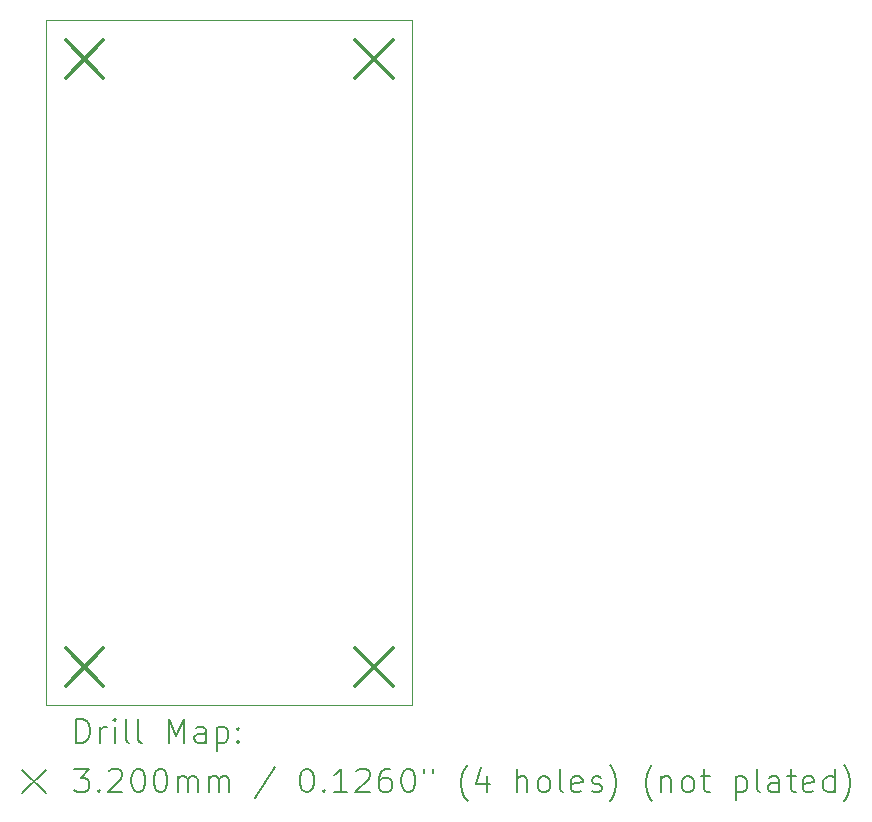
<source format=gbr>
%TF.GenerationSoftware,KiCad,Pcbnew,8.0.5*%
%TF.CreationDate,2024-10-23T21:05:44+02:00*%
%TF.ProjectId,battEliminator,62617474-456c-4696-9d69-6e61746f722e,0.2*%
%TF.SameCoordinates,Original*%
%TF.FileFunction,Drillmap*%
%TF.FilePolarity,Positive*%
%FSLAX45Y45*%
G04 Gerber Fmt 4.5, Leading zero omitted, Abs format (unit mm)*
G04 Created by KiCad (PCBNEW 8.0.5) date 2024-10-23 21:05:44*
%MOMM*%
%LPD*%
G01*
G04 APERTURE LIST*
%ADD10C,0.100000*%
%ADD11C,0.200000*%
%ADD12C,0.320000*%
G04 APERTURE END LIST*
D10*
X11225000Y-8675000D02*
X14325000Y-8675000D01*
X14325000Y-14475000D01*
X11225000Y-14475000D01*
X11225000Y-8675000D01*
D11*
D12*
X11390000Y-8840000D02*
X11710000Y-9160000D01*
X11710000Y-8840000D02*
X11390000Y-9160000D01*
X11390000Y-13990000D02*
X11710000Y-14310000D01*
X11710000Y-13990000D02*
X11390000Y-14310000D01*
X13840000Y-8840000D02*
X14160000Y-9160000D01*
X14160000Y-8840000D02*
X13840000Y-9160000D01*
X13840000Y-13990000D02*
X14160000Y-14310000D01*
X14160000Y-13990000D02*
X13840000Y-14310000D01*
D11*
X11480777Y-14791484D02*
X11480777Y-14591484D01*
X11480777Y-14591484D02*
X11528396Y-14591484D01*
X11528396Y-14591484D02*
X11556967Y-14601008D01*
X11556967Y-14601008D02*
X11576015Y-14620055D01*
X11576015Y-14620055D02*
X11585539Y-14639103D01*
X11585539Y-14639103D02*
X11595062Y-14677198D01*
X11595062Y-14677198D02*
X11595062Y-14705769D01*
X11595062Y-14705769D02*
X11585539Y-14743865D01*
X11585539Y-14743865D02*
X11576015Y-14762912D01*
X11576015Y-14762912D02*
X11556967Y-14781960D01*
X11556967Y-14781960D02*
X11528396Y-14791484D01*
X11528396Y-14791484D02*
X11480777Y-14791484D01*
X11680777Y-14791484D02*
X11680777Y-14658150D01*
X11680777Y-14696246D02*
X11690301Y-14677198D01*
X11690301Y-14677198D02*
X11699824Y-14667674D01*
X11699824Y-14667674D02*
X11718872Y-14658150D01*
X11718872Y-14658150D02*
X11737920Y-14658150D01*
X11804586Y-14791484D02*
X11804586Y-14658150D01*
X11804586Y-14591484D02*
X11795062Y-14601008D01*
X11795062Y-14601008D02*
X11804586Y-14610531D01*
X11804586Y-14610531D02*
X11814110Y-14601008D01*
X11814110Y-14601008D02*
X11804586Y-14591484D01*
X11804586Y-14591484D02*
X11804586Y-14610531D01*
X11928396Y-14791484D02*
X11909348Y-14781960D01*
X11909348Y-14781960D02*
X11899824Y-14762912D01*
X11899824Y-14762912D02*
X11899824Y-14591484D01*
X12033158Y-14791484D02*
X12014110Y-14781960D01*
X12014110Y-14781960D02*
X12004586Y-14762912D01*
X12004586Y-14762912D02*
X12004586Y-14591484D01*
X12261729Y-14791484D02*
X12261729Y-14591484D01*
X12261729Y-14591484D02*
X12328396Y-14734341D01*
X12328396Y-14734341D02*
X12395062Y-14591484D01*
X12395062Y-14591484D02*
X12395062Y-14791484D01*
X12576015Y-14791484D02*
X12576015Y-14686722D01*
X12576015Y-14686722D02*
X12566491Y-14667674D01*
X12566491Y-14667674D02*
X12547443Y-14658150D01*
X12547443Y-14658150D02*
X12509348Y-14658150D01*
X12509348Y-14658150D02*
X12490301Y-14667674D01*
X12576015Y-14781960D02*
X12556967Y-14791484D01*
X12556967Y-14791484D02*
X12509348Y-14791484D01*
X12509348Y-14791484D02*
X12490301Y-14781960D01*
X12490301Y-14781960D02*
X12480777Y-14762912D01*
X12480777Y-14762912D02*
X12480777Y-14743865D01*
X12480777Y-14743865D02*
X12490301Y-14724817D01*
X12490301Y-14724817D02*
X12509348Y-14715293D01*
X12509348Y-14715293D02*
X12556967Y-14715293D01*
X12556967Y-14715293D02*
X12576015Y-14705769D01*
X12671253Y-14658150D02*
X12671253Y-14858150D01*
X12671253Y-14667674D02*
X12690301Y-14658150D01*
X12690301Y-14658150D02*
X12728396Y-14658150D01*
X12728396Y-14658150D02*
X12747443Y-14667674D01*
X12747443Y-14667674D02*
X12756967Y-14677198D01*
X12756967Y-14677198D02*
X12766491Y-14696246D01*
X12766491Y-14696246D02*
X12766491Y-14753388D01*
X12766491Y-14753388D02*
X12756967Y-14772436D01*
X12756967Y-14772436D02*
X12747443Y-14781960D01*
X12747443Y-14781960D02*
X12728396Y-14791484D01*
X12728396Y-14791484D02*
X12690301Y-14791484D01*
X12690301Y-14791484D02*
X12671253Y-14781960D01*
X12852205Y-14772436D02*
X12861729Y-14781960D01*
X12861729Y-14781960D02*
X12852205Y-14791484D01*
X12852205Y-14791484D02*
X12842682Y-14781960D01*
X12842682Y-14781960D02*
X12852205Y-14772436D01*
X12852205Y-14772436D02*
X12852205Y-14791484D01*
X12852205Y-14667674D02*
X12861729Y-14677198D01*
X12861729Y-14677198D02*
X12852205Y-14686722D01*
X12852205Y-14686722D02*
X12842682Y-14677198D01*
X12842682Y-14677198D02*
X12852205Y-14667674D01*
X12852205Y-14667674D02*
X12852205Y-14686722D01*
X11020000Y-15020000D02*
X11220000Y-15220000D01*
X11220000Y-15020000D02*
X11020000Y-15220000D01*
X11461729Y-15011484D02*
X11585539Y-15011484D01*
X11585539Y-15011484D02*
X11518872Y-15087674D01*
X11518872Y-15087674D02*
X11547443Y-15087674D01*
X11547443Y-15087674D02*
X11566491Y-15097198D01*
X11566491Y-15097198D02*
X11576015Y-15106722D01*
X11576015Y-15106722D02*
X11585539Y-15125769D01*
X11585539Y-15125769D02*
X11585539Y-15173388D01*
X11585539Y-15173388D02*
X11576015Y-15192436D01*
X11576015Y-15192436D02*
X11566491Y-15201960D01*
X11566491Y-15201960D02*
X11547443Y-15211484D01*
X11547443Y-15211484D02*
X11490301Y-15211484D01*
X11490301Y-15211484D02*
X11471253Y-15201960D01*
X11471253Y-15201960D02*
X11461729Y-15192436D01*
X11671253Y-15192436D02*
X11680777Y-15201960D01*
X11680777Y-15201960D02*
X11671253Y-15211484D01*
X11671253Y-15211484D02*
X11661729Y-15201960D01*
X11661729Y-15201960D02*
X11671253Y-15192436D01*
X11671253Y-15192436D02*
X11671253Y-15211484D01*
X11756967Y-15030531D02*
X11766491Y-15021008D01*
X11766491Y-15021008D02*
X11785539Y-15011484D01*
X11785539Y-15011484D02*
X11833158Y-15011484D01*
X11833158Y-15011484D02*
X11852205Y-15021008D01*
X11852205Y-15021008D02*
X11861729Y-15030531D01*
X11861729Y-15030531D02*
X11871253Y-15049579D01*
X11871253Y-15049579D02*
X11871253Y-15068627D01*
X11871253Y-15068627D02*
X11861729Y-15097198D01*
X11861729Y-15097198D02*
X11747443Y-15211484D01*
X11747443Y-15211484D02*
X11871253Y-15211484D01*
X11995062Y-15011484D02*
X12014110Y-15011484D01*
X12014110Y-15011484D02*
X12033158Y-15021008D01*
X12033158Y-15021008D02*
X12042682Y-15030531D01*
X12042682Y-15030531D02*
X12052205Y-15049579D01*
X12052205Y-15049579D02*
X12061729Y-15087674D01*
X12061729Y-15087674D02*
X12061729Y-15135293D01*
X12061729Y-15135293D02*
X12052205Y-15173388D01*
X12052205Y-15173388D02*
X12042682Y-15192436D01*
X12042682Y-15192436D02*
X12033158Y-15201960D01*
X12033158Y-15201960D02*
X12014110Y-15211484D01*
X12014110Y-15211484D02*
X11995062Y-15211484D01*
X11995062Y-15211484D02*
X11976015Y-15201960D01*
X11976015Y-15201960D02*
X11966491Y-15192436D01*
X11966491Y-15192436D02*
X11956967Y-15173388D01*
X11956967Y-15173388D02*
X11947443Y-15135293D01*
X11947443Y-15135293D02*
X11947443Y-15087674D01*
X11947443Y-15087674D02*
X11956967Y-15049579D01*
X11956967Y-15049579D02*
X11966491Y-15030531D01*
X11966491Y-15030531D02*
X11976015Y-15021008D01*
X11976015Y-15021008D02*
X11995062Y-15011484D01*
X12185539Y-15011484D02*
X12204586Y-15011484D01*
X12204586Y-15011484D02*
X12223634Y-15021008D01*
X12223634Y-15021008D02*
X12233158Y-15030531D01*
X12233158Y-15030531D02*
X12242682Y-15049579D01*
X12242682Y-15049579D02*
X12252205Y-15087674D01*
X12252205Y-15087674D02*
X12252205Y-15135293D01*
X12252205Y-15135293D02*
X12242682Y-15173388D01*
X12242682Y-15173388D02*
X12233158Y-15192436D01*
X12233158Y-15192436D02*
X12223634Y-15201960D01*
X12223634Y-15201960D02*
X12204586Y-15211484D01*
X12204586Y-15211484D02*
X12185539Y-15211484D01*
X12185539Y-15211484D02*
X12166491Y-15201960D01*
X12166491Y-15201960D02*
X12156967Y-15192436D01*
X12156967Y-15192436D02*
X12147443Y-15173388D01*
X12147443Y-15173388D02*
X12137920Y-15135293D01*
X12137920Y-15135293D02*
X12137920Y-15087674D01*
X12137920Y-15087674D02*
X12147443Y-15049579D01*
X12147443Y-15049579D02*
X12156967Y-15030531D01*
X12156967Y-15030531D02*
X12166491Y-15021008D01*
X12166491Y-15021008D02*
X12185539Y-15011484D01*
X12337920Y-15211484D02*
X12337920Y-15078150D01*
X12337920Y-15097198D02*
X12347443Y-15087674D01*
X12347443Y-15087674D02*
X12366491Y-15078150D01*
X12366491Y-15078150D02*
X12395063Y-15078150D01*
X12395063Y-15078150D02*
X12414110Y-15087674D01*
X12414110Y-15087674D02*
X12423634Y-15106722D01*
X12423634Y-15106722D02*
X12423634Y-15211484D01*
X12423634Y-15106722D02*
X12433158Y-15087674D01*
X12433158Y-15087674D02*
X12452205Y-15078150D01*
X12452205Y-15078150D02*
X12480777Y-15078150D01*
X12480777Y-15078150D02*
X12499824Y-15087674D01*
X12499824Y-15087674D02*
X12509348Y-15106722D01*
X12509348Y-15106722D02*
X12509348Y-15211484D01*
X12604586Y-15211484D02*
X12604586Y-15078150D01*
X12604586Y-15097198D02*
X12614110Y-15087674D01*
X12614110Y-15087674D02*
X12633158Y-15078150D01*
X12633158Y-15078150D02*
X12661729Y-15078150D01*
X12661729Y-15078150D02*
X12680777Y-15087674D01*
X12680777Y-15087674D02*
X12690301Y-15106722D01*
X12690301Y-15106722D02*
X12690301Y-15211484D01*
X12690301Y-15106722D02*
X12699824Y-15087674D01*
X12699824Y-15087674D02*
X12718872Y-15078150D01*
X12718872Y-15078150D02*
X12747443Y-15078150D01*
X12747443Y-15078150D02*
X12766491Y-15087674D01*
X12766491Y-15087674D02*
X12776015Y-15106722D01*
X12776015Y-15106722D02*
X12776015Y-15211484D01*
X13166491Y-15001960D02*
X12995063Y-15259103D01*
X13423634Y-15011484D02*
X13442682Y-15011484D01*
X13442682Y-15011484D02*
X13461729Y-15021008D01*
X13461729Y-15021008D02*
X13471253Y-15030531D01*
X13471253Y-15030531D02*
X13480777Y-15049579D01*
X13480777Y-15049579D02*
X13490301Y-15087674D01*
X13490301Y-15087674D02*
X13490301Y-15135293D01*
X13490301Y-15135293D02*
X13480777Y-15173388D01*
X13480777Y-15173388D02*
X13471253Y-15192436D01*
X13471253Y-15192436D02*
X13461729Y-15201960D01*
X13461729Y-15201960D02*
X13442682Y-15211484D01*
X13442682Y-15211484D02*
X13423634Y-15211484D01*
X13423634Y-15211484D02*
X13404586Y-15201960D01*
X13404586Y-15201960D02*
X13395063Y-15192436D01*
X13395063Y-15192436D02*
X13385539Y-15173388D01*
X13385539Y-15173388D02*
X13376015Y-15135293D01*
X13376015Y-15135293D02*
X13376015Y-15087674D01*
X13376015Y-15087674D02*
X13385539Y-15049579D01*
X13385539Y-15049579D02*
X13395063Y-15030531D01*
X13395063Y-15030531D02*
X13404586Y-15021008D01*
X13404586Y-15021008D02*
X13423634Y-15011484D01*
X13576015Y-15192436D02*
X13585539Y-15201960D01*
X13585539Y-15201960D02*
X13576015Y-15211484D01*
X13576015Y-15211484D02*
X13566491Y-15201960D01*
X13566491Y-15201960D02*
X13576015Y-15192436D01*
X13576015Y-15192436D02*
X13576015Y-15211484D01*
X13776015Y-15211484D02*
X13661729Y-15211484D01*
X13718872Y-15211484D02*
X13718872Y-15011484D01*
X13718872Y-15011484D02*
X13699825Y-15040055D01*
X13699825Y-15040055D02*
X13680777Y-15059103D01*
X13680777Y-15059103D02*
X13661729Y-15068627D01*
X13852206Y-15030531D02*
X13861729Y-15021008D01*
X13861729Y-15021008D02*
X13880777Y-15011484D01*
X13880777Y-15011484D02*
X13928396Y-15011484D01*
X13928396Y-15011484D02*
X13947444Y-15021008D01*
X13947444Y-15021008D02*
X13956967Y-15030531D01*
X13956967Y-15030531D02*
X13966491Y-15049579D01*
X13966491Y-15049579D02*
X13966491Y-15068627D01*
X13966491Y-15068627D02*
X13956967Y-15097198D01*
X13956967Y-15097198D02*
X13842682Y-15211484D01*
X13842682Y-15211484D02*
X13966491Y-15211484D01*
X14137920Y-15011484D02*
X14099825Y-15011484D01*
X14099825Y-15011484D02*
X14080777Y-15021008D01*
X14080777Y-15021008D02*
X14071253Y-15030531D01*
X14071253Y-15030531D02*
X14052206Y-15059103D01*
X14052206Y-15059103D02*
X14042682Y-15097198D01*
X14042682Y-15097198D02*
X14042682Y-15173388D01*
X14042682Y-15173388D02*
X14052206Y-15192436D01*
X14052206Y-15192436D02*
X14061729Y-15201960D01*
X14061729Y-15201960D02*
X14080777Y-15211484D01*
X14080777Y-15211484D02*
X14118872Y-15211484D01*
X14118872Y-15211484D02*
X14137920Y-15201960D01*
X14137920Y-15201960D02*
X14147444Y-15192436D01*
X14147444Y-15192436D02*
X14156967Y-15173388D01*
X14156967Y-15173388D02*
X14156967Y-15125769D01*
X14156967Y-15125769D02*
X14147444Y-15106722D01*
X14147444Y-15106722D02*
X14137920Y-15097198D01*
X14137920Y-15097198D02*
X14118872Y-15087674D01*
X14118872Y-15087674D02*
X14080777Y-15087674D01*
X14080777Y-15087674D02*
X14061729Y-15097198D01*
X14061729Y-15097198D02*
X14052206Y-15106722D01*
X14052206Y-15106722D02*
X14042682Y-15125769D01*
X14280777Y-15011484D02*
X14299825Y-15011484D01*
X14299825Y-15011484D02*
X14318872Y-15021008D01*
X14318872Y-15021008D02*
X14328396Y-15030531D01*
X14328396Y-15030531D02*
X14337920Y-15049579D01*
X14337920Y-15049579D02*
X14347444Y-15087674D01*
X14347444Y-15087674D02*
X14347444Y-15135293D01*
X14347444Y-15135293D02*
X14337920Y-15173388D01*
X14337920Y-15173388D02*
X14328396Y-15192436D01*
X14328396Y-15192436D02*
X14318872Y-15201960D01*
X14318872Y-15201960D02*
X14299825Y-15211484D01*
X14299825Y-15211484D02*
X14280777Y-15211484D01*
X14280777Y-15211484D02*
X14261729Y-15201960D01*
X14261729Y-15201960D02*
X14252206Y-15192436D01*
X14252206Y-15192436D02*
X14242682Y-15173388D01*
X14242682Y-15173388D02*
X14233158Y-15135293D01*
X14233158Y-15135293D02*
X14233158Y-15087674D01*
X14233158Y-15087674D02*
X14242682Y-15049579D01*
X14242682Y-15049579D02*
X14252206Y-15030531D01*
X14252206Y-15030531D02*
X14261729Y-15021008D01*
X14261729Y-15021008D02*
X14280777Y-15011484D01*
X14423634Y-15011484D02*
X14423634Y-15049579D01*
X14499825Y-15011484D02*
X14499825Y-15049579D01*
X14795063Y-15287674D02*
X14785539Y-15278150D01*
X14785539Y-15278150D02*
X14766491Y-15249579D01*
X14766491Y-15249579D02*
X14756968Y-15230531D01*
X14756968Y-15230531D02*
X14747444Y-15201960D01*
X14747444Y-15201960D02*
X14737920Y-15154341D01*
X14737920Y-15154341D02*
X14737920Y-15116246D01*
X14737920Y-15116246D02*
X14747444Y-15068627D01*
X14747444Y-15068627D02*
X14756968Y-15040055D01*
X14756968Y-15040055D02*
X14766491Y-15021008D01*
X14766491Y-15021008D02*
X14785539Y-14992436D01*
X14785539Y-14992436D02*
X14795063Y-14982912D01*
X14956968Y-15078150D02*
X14956968Y-15211484D01*
X14909348Y-15001960D02*
X14861729Y-15144817D01*
X14861729Y-15144817D02*
X14985539Y-15144817D01*
X15214110Y-15211484D02*
X15214110Y-15011484D01*
X15299825Y-15211484D02*
X15299825Y-15106722D01*
X15299825Y-15106722D02*
X15290301Y-15087674D01*
X15290301Y-15087674D02*
X15271253Y-15078150D01*
X15271253Y-15078150D02*
X15242682Y-15078150D01*
X15242682Y-15078150D02*
X15223634Y-15087674D01*
X15223634Y-15087674D02*
X15214110Y-15097198D01*
X15423634Y-15211484D02*
X15404587Y-15201960D01*
X15404587Y-15201960D02*
X15395063Y-15192436D01*
X15395063Y-15192436D02*
X15385539Y-15173388D01*
X15385539Y-15173388D02*
X15385539Y-15116246D01*
X15385539Y-15116246D02*
X15395063Y-15097198D01*
X15395063Y-15097198D02*
X15404587Y-15087674D01*
X15404587Y-15087674D02*
X15423634Y-15078150D01*
X15423634Y-15078150D02*
X15452206Y-15078150D01*
X15452206Y-15078150D02*
X15471253Y-15087674D01*
X15471253Y-15087674D02*
X15480777Y-15097198D01*
X15480777Y-15097198D02*
X15490301Y-15116246D01*
X15490301Y-15116246D02*
X15490301Y-15173388D01*
X15490301Y-15173388D02*
X15480777Y-15192436D01*
X15480777Y-15192436D02*
X15471253Y-15201960D01*
X15471253Y-15201960D02*
X15452206Y-15211484D01*
X15452206Y-15211484D02*
X15423634Y-15211484D01*
X15604587Y-15211484D02*
X15585539Y-15201960D01*
X15585539Y-15201960D02*
X15576015Y-15182912D01*
X15576015Y-15182912D02*
X15576015Y-15011484D01*
X15756968Y-15201960D02*
X15737920Y-15211484D01*
X15737920Y-15211484D02*
X15699825Y-15211484D01*
X15699825Y-15211484D02*
X15680777Y-15201960D01*
X15680777Y-15201960D02*
X15671253Y-15182912D01*
X15671253Y-15182912D02*
X15671253Y-15106722D01*
X15671253Y-15106722D02*
X15680777Y-15087674D01*
X15680777Y-15087674D02*
X15699825Y-15078150D01*
X15699825Y-15078150D02*
X15737920Y-15078150D01*
X15737920Y-15078150D02*
X15756968Y-15087674D01*
X15756968Y-15087674D02*
X15766491Y-15106722D01*
X15766491Y-15106722D02*
X15766491Y-15125769D01*
X15766491Y-15125769D02*
X15671253Y-15144817D01*
X15842682Y-15201960D02*
X15861730Y-15211484D01*
X15861730Y-15211484D02*
X15899825Y-15211484D01*
X15899825Y-15211484D02*
X15918872Y-15201960D01*
X15918872Y-15201960D02*
X15928396Y-15182912D01*
X15928396Y-15182912D02*
X15928396Y-15173388D01*
X15928396Y-15173388D02*
X15918872Y-15154341D01*
X15918872Y-15154341D02*
X15899825Y-15144817D01*
X15899825Y-15144817D02*
X15871253Y-15144817D01*
X15871253Y-15144817D02*
X15852206Y-15135293D01*
X15852206Y-15135293D02*
X15842682Y-15116246D01*
X15842682Y-15116246D02*
X15842682Y-15106722D01*
X15842682Y-15106722D02*
X15852206Y-15087674D01*
X15852206Y-15087674D02*
X15871253Y-15078150D01*
X15871253Y-15078150D02*
X15899825Y-15078150D01*
X15899825Y-15078150D02*
X15918872Y-15087674D01*
X15995063Y-15287674D02*
X16004587Y-15278150D01*
X16004587Y-15278150D02*
X16023634Y-15249579D01*
X16023634Y-15249579D02*
X16033158Y-15230531D01*
X16033158Y-15230531D02*
X16042682Y-15201960D01*
X16042682Y-15201960D02*
X16052206Y-15154341D01*
X16052206Y-15154341D02*
X16052206Y-15116246D01*
X16052206Y-15116246D02*
X16042682Y-15068627D01*
X16042682Y-15068627D02*
X16033158Y-15040055D01*
X16033158Y-15040055D02*
X16023634Y-15021008D01*
X16023634Y-15021008D02*
X16004587Y-14992436D01*
X16004587Y-14992436D02*
X15995063Y-14982912D01*
X16356968Y-15287674D02*
X16347444Y-15278150D01*
X16347444Y-15278150D02*
X16328396Y-15249579D01*
X16328396Y-15249579D02*
X16318872Y-15230531D01*
X16318872Y-15230531D02*
X16309349Y-15201960D01*
X16309349Y-15201960D02*
X16299825Y-15154341D01*
X16299825Y-15154341D02*
X16299825Y-15116246D01*
X16299825Y-15116246D02*
X16309349Y-15068627D01*
X16309349Y-15068627D02*
X16318872Y-15040055D01*
X16318872Y-15040055D02*
X16328396Y-15021008D01*
X16328396Y-15021008D02*
X16347444Y-14992436D01*
X16347444Y-14992436D02*
X16356968Y-14982912D01*
X16433158Y-15078150D02*
X16433158Y-15211484D01*
X16433158Y-15097198D02*
X16442682Y-15087674D01*
X16442682Y-15087674D02*
X16461730Y-15078150D01*
X16461730Y-15078150D02*
X16490301Y-15078150D01*
X16490301Y-15078150D02*
X16509349Y-15087674D01*
X16509349Y-15087674D02*
X16518872Y-15106722D01*
X16518872Y-15106722D02*
X16518872Y-15211484D01*
X16642682Y-15211484D02*
X16623634Y-15201960D01*
X16623634Y-15201960D02*
X16614111Y-15192436D01*
X16614111Y-15192436D02*
X16604587Y-15173388D01*
X16604587Y-15173388D02*
X16604587Y-15116246D01*
X16604587Y-15116246D02*
X16614111Y-15097198D01*
X16614111Y-15097198D02*
X16623634Y-15087674D01*
X16623634Y-15087674D02*
X16642682Y-15078150D01*
X16642682Y-15078150D02*
X16671253Y-15078150D01*
X16671253Y-15078150D02*
X16690301Y-15087674D01*
X16690301Y-15087674D02*
X16699825Y-15097198D01*
X16699825Y-15097198D02*
X16709349Y-15116246D01*
X16709349Y-15116246D02*
X16709349Y-15173388D01*
X16709349Y-15173388D02*
X16699825Y-15192436D01*
X16699825Y-15192436D02*
X16690301Y-15201960D01*
X16690301Y-15201960D02*
X16671253Y-15211484D01*
X16671253Y-15211484D02*
X16642682Y-15211484D01*
X16766492Y-15078150D02*
X16842682Y-15078150D01*
X16795063Y-15011484D02*
X16795063Y-15182912D01*
X16795063Y-15182912D02*
X16804587Y-15201960D01*
X16804587Y-15201960D02*
X16823634Y-15211484D01*
X16823634Y-15211484D02*
X16842682Y-15211484D01*
X17061730Y-15078150D02*
X17061730Y-15278150D01*
X17061730Y-15087674D02*
X17080777Y-15078150D01*
X17080777Y-15078150D02*
X17118873Y-15078150D01*
X17118873Y-15078150D02*
X17137920Y-15087674D01*
X17137920Y-15087674D02*
X17147444Y-15097198D01*
X17147444Y-15097198D02*
X17156968Y-15116246D01*
X17156968Y-15116246D02*
X17156968Y-15173388D01*
X17156968Y-15173388D02*
X17147444Y-15192436D01*
X17147444Y-15192436D02*
X17137920Y-15201960D01*
X17137920Y-15201960D02*
X17118873Y-15211484D01*
X17118873Y-15211484D02*
X17080777Y-15211484D01*
X17080777Y-15211484D02*
X17061730Y-15201960D01*
X17271254Y-15211484D02*
X17252206Y-15201960D01*
X17252206Y-15201960D02*
X17242682Y-15182912D01*
X17242682Y-15182912D02*
X17242682Y-15011484D01*
X17433158Y-15211484D02*
X17433158Y-15106722D01*
X17433158Y-15106722D02*
X17423635Y-15087674D01*
X17423635Y-15087674D02*
X17404587Y-15078150D01*
X17404587Y-15078150D02*
X17366492Y-15078150D01*
X17366492Y-15078150D02*
X17347444Y-15087674D01*
X17433158Y-15201960D02*
X17414111Y-15211484D01*
X17414111Y-15211484D02*
X17366492Y-15211484D01*
X17366492Y-15211484D02*
X17347444Y-15201960D01*
X17347444Y-15201960D02*
X17337920Y-15182912D01*
X17337920Y-15182912D02*
X17337920Y-15163865D01*
X17337920Y-15163865D02*
X17347444Y-15144817D01*
X17347444Y-15144817D02*
X17366492Y-15135293D01*
X17366492Y-15135293D02*
X17414111Y-15135293D01*
X17414111Y-15135293D02*
X17433158Y-15125769D01*
X17499825Y-15078150D02*
X17576015Y-15078150D01*
X17528396Y-15011484D02*
X17528396Y-15182912D01*
X17528396Y-15182912D02*
X17537920Y-15201960D01*
X17537920Y-15201960D02*
X17556968Y-15211484D01*
X17556968Y-15211484D02*
X17576015Y-15211484D01*
X17718873Y-15201960D02*
X17699825Y-15211484D01*
X17699825Y-15211484D02*
X17661730Y-15211484D01*
X17661730Y-15211484D02*
X17642682Y-15201960D01*
X17642682Y-15201960D02*
X17633158Y-15182912D01*
X17633158Y-15182912D02*
X17633158Y-15106722D01*
X17633158Y-15106722D02*
X17642682Y-15087674D01*
X17642682Y-15087674D02*
X17661730Y-15078150D01*
X17661730Y-15078150D02*
X17699825Y-15078150D01*
X17699825Y-15078150D02*
X17718873Y-15087674D01*
X17718873Y-15087674D02*
X17728396Y-15106722D01*
X17728396Y-15106722D02*
X17728396Y-15125769D01*
X17728396Y-15125769D02*
X17633158Y-15144817D01*
X17899825Y-15211484D02*
X17899825Y-15011484D01*
X17899825Y-15201960D02*
X17880777Y-15211484D01*
X17880777Y-15211484D02*
X17842682Y-15211484D01*
X17842682Y-15211484D02*
X17823635Y-15201960D01*
X17823635Y-15201960D02*
X17814111Y-15192436D01*
X17814111Y-15192436D02*
X17804587Y-15173388D01*
X17804587Y-15173388D02*
X17804587Y-15116246D01*
X17804587Y-15116246D02*
X17814111Y-15097198D01*
X17814111Y-15097198D02*
X17823635Y-15087674D01*
X17823635Y-15087674D02*
X17842682Y-15078150D01*
X17842682Y-15078150D02*
X17880777Y-15078150D01*
X17880777Y-15078150D02*
X17899825Y-15087674D01*
X17976016Y-15287674D02*
X17985539Y-15278150D01*
X17985539Y-15278150D02*
X18004587Y-15249579D01*
X18004587Y-15249579D02*
X18014111Y-15230531D01*
X18014111Y-15230531D02*
X18023635Y-15201960D01*
X18023635Y-15201960D02*
X18033158Y-15154341D01*
X18033158Y-15154341D02*
X18033158Y-15116246D01*
X18033158Y-15116246D02*
X18023635Y-15068627D01*
X18023635Y-15068627D02*
X18014111Y-15040055D01*
X18014111Y-15040055D02*
X18004587Y-15021008D01*
X18004587Y-15021008D02*
X17985539Y-14992436D01*
X17985539Y-14992436D02*
X17976016Y-14982912D01*
M02*

</source>
